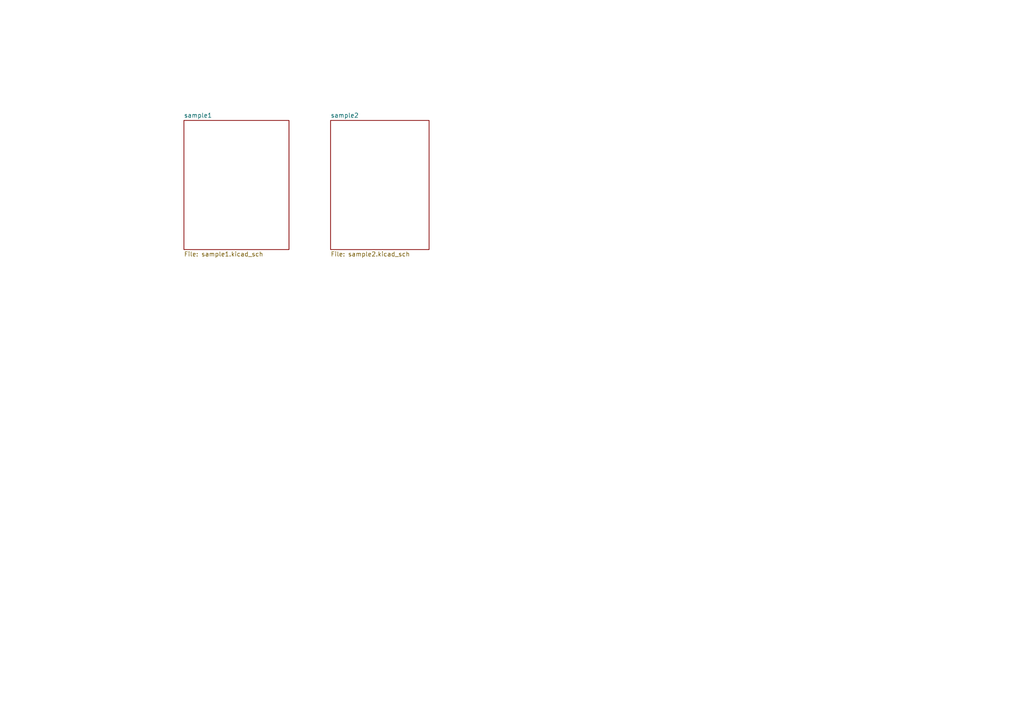
<source format=kicad_sch>
(kicad_sch (version 20230121) (generator eeschema)
  (paper "A4")
  (lib_symbols)
  (sheet (at 95.885 34.925) (size 28.575 37.465) (stroke (width 0.1524))
    (property "Sheetname" "sample2" (at 95.885 34.2134 0) (effects (justify left bottom)))
    (property "Sheetfile" "sample2.kicad_sch" (at 95.885 72.9746 0) (effects (justify left top)))
  )
  (sheet (at 53.34 34.925) (size 30.48 37.465) (stroke (width 0.1524))
    (property "Sheetname" "sample1" (at 53.34 34.2134 0) (effects (justify left bottom)))
    (property "Sheetfile" "sample1.kicad_sch" (at 53.34 72.9746 0) (effects (justify left top)))
  )
)
</source>
